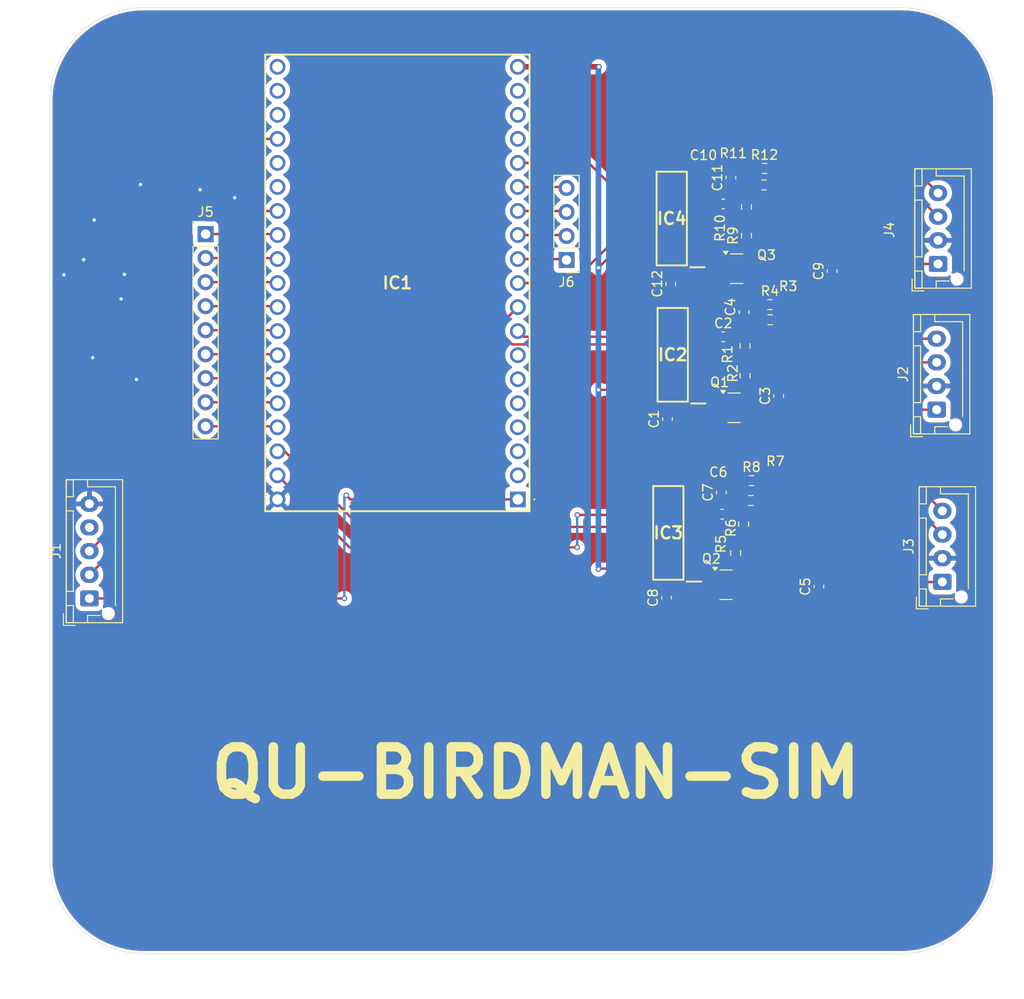
<source format=kicad_pcb>
(kicad_pcb (version 20240108) (generator "pcbnew") (generator_version "8.0")
  (layers (0 "F.Cu" signal) (31 "B.Cu" signal) (34 "B.Paste" user) (35 "F.Paste" user) (36 "B.SilkS" user "B.Silkscreen") (37 "F.SilkS" user "F.Silkscreen") (38 "B.Mask" user) (39 "F.Mask" user) (44 "Edge.Cuts" user))
  (net 0 "")
  (net 1 "GND")
  (net 2 "+5V")
  (net 3 "Net-(IC2-VBG)")
  (net 4 "/right_hx711/AVDD")
  (net 5 "Net-(IC2-INNA)")
  (net 6 "Net-(IC2-INPA)")
  (net 7 "/left_hx711/AVDD")
  (net 8 "Net-(IC3-VBG)")
  (net 9 "Net-(IC3-INPA)")
  (net 10 "Net-(IC3-INNA)")
  (net 11 "/top_hx711/AVDD")
  (net 12 "Net-(IC4-VBG)")
  (net 13 "Net-(IC4-INPA)")
  (net 14 "Net-(IC4-INNA)")
  (net 15 "/DAT_L")
  (net 16 "Net-(IC1-IO21)")
  (net 17 "Net-(IC1-IO16)")
  (net 18 "Net-(IC1-IO4)")
  (net 21 "Net-(IC1-GND_2)")
  (net 25 "Net-(IC1-GND_1)")
  (net 26 "/CLK_F")
  (net 27 "/DAT_F")
  (net 28 "Net-(IC1-IO15)")
  (net 30 "Net-(IC1-IO5)")
  (net 31 "Net-(IC1-TX)")
  (net 32 "+3V3")
  (net 36 "Net-(IC1-RX)")
  (net 38 "/CLK_R")
  (net 40 "Net-(IC1-IO27)")
  (net 41 "Net-(IC1-IO17)")
  (net 44 "Net-(IC1-IO14)")
  (net 45 "/CLK_L")
  (net 46 "Net-(IC1-IO19)")
  (net 47 "Net-(IC1-IO12)")
  (net 49 "/DAT_R")
  (net 50 "Net-(IC1-IO18)")
  (net 51 "Net-(IC2-BASE)")
  (net 52 "Net-(IC2-VFB)")
  (net 58 "Net-(IC3-BASE)")
  (net 59 "Net-(IC3-VFB)")
  (net 62 "Net-(IC4-VFB)")
  (net 64 "Net-(IC4-BASE)")
  (net 67 "/right_hx711/INPA")
  (net 68 "/right_hx711/INNA")
  (net 69 "/left_hx711/INNA")
  (net 70 "/left_hx711/INPA")
  (net 71 "/top_hx711/INPA")
  (net 72 "/top_hx711/INNA")
  (footprint "Connector_JST:JST_XH_B4B-XH-AM_1x04_P2.50mm_Vertical" (layer "F.Cu") (at 179.5 80.65 90)
    (property "Reference" "J4" (at 3.6 -5.15 -90) (layer "F.SilkS"))
    (property "Value" "top")
    (pad "" np_thru_hole circle (at -1.6 2 90) (size 1.2 1.2) (drill 1.2) (layers "*.Cu" "*.Mask"))
    (pad "1" thru_hole roundrect (at 0 0 90) (size 1.7 1.95) (drill 0.95) (layers "*.Cu" "*.Mask") (roundrect_rratio 0.147059) (net 11 "/top_hx711/AVDD"))
    (pad "2" thru_hole oval (at 2.5 0 90) (size 1.7 1.95) (drill 0.95) (layers "*.Cu" "*.Mask") (net 1 "GND"))
    (pad "3" thru_hole oval (at 5 0 90) (size 1.7 1.95) (drill 0.95) (layers "*.Cu" "*.Mask") (net 72 "/top_hx711/INNA"))
    (pad "4" thru_hole oval (at 7.5 0 90) (size 1.7 1.95) (drill 0.95) (layers "*.Cu" "*.Mask") (net 71 "/top_hx711/INPA"))
  )
  (footprint "Capacitor_SMD:C_0603_1608Metric" (layer "F.Cu") (at 156.8 74.3)
    (property "Reference" "C10" (at -2.1 -5.15 0) (layer "F.SilkS"))
    (property "Value" "0.1u")
    (pad "1" smd roundrect (at -0.775 0) (size 0.9 0.95) (layers "F.Cu" "F.Paste" "F.Mask") (net 12 "Net-(IC4-VBG)"))
    (pad "2" smd roundrect (at 0.775 0) (size 0.9 0.95) (layers "F.Cu" "F.Paste" "F.Mask") (net 1 "GND"))
  )
  (footprint "Package_TO_SOT_SMD:SOT-23" (layer "F.Cu") (at 158.2125 81.15)
    (property "Reference" "Q3" (at 3.15 -1.4375 0) (layer "F.SilkS"))
    (property "Value" "MMBT3906")
    (pad "1" smd roundrect (at -0.9375 -0.95) (size 1.475 0.6) (layers "F.Cu" "F.Paste" "F.Mask") (net 64 "Net-(IC4-BASE)"))
    (pad "2" smd roundrect (at -0.9375 0.95) (size 1.475 0.6) (layers "F.Cu" "F.Paste" "F.Mask") (net 2 "+5V"))
    (pad "3" smd roundrect (at 0.9375 0) (size 1.475 0.6) (layers "F.Cu" "F.Paste" "F.Mask") (net 11 "/top_hx711/AVDD"))
  )
  (footprint "Capacitor_SMD:C_0603_1608Metric" (layer "F.Cu") (at 157.6 71.525 90)
    (property "Reference" "C11" (at 0 -1.43 90) (layer "F.SilkS"))
    (property "Value" "0.1u")
    (pad "1" smd roundrect (at -0.775 0 90) (size 0.9 0.95) (layers "F.Cu" "F.Paste" "F.Mask") (net 14 "Net-(IC4-INNA)"))
    (pad "2" smd roundrect (at 0.775 0 90) (size 0.9 0.95) (layers "F.Cu" "F.Paste" "F.Mask") (net 13 "Net-(IC4-INPA)"))
  )
  (footprint "Capacitor_SMD:C_0603_1608Metric" (layer "F.Cu") (at 168.3 81.4 90)
    (property "Reference" "C9" (at 0 -1.43 90) (layer "F.SilkS"))
    (property "Value" "10u")
    (pad "1" smd roundrect (at -0.775 0 90) (size 0.9 0.95) (layers "F.Cu" "F.Paste" "F.Mask") (net 1 "GND"))
    (pad "2" smd roundrect (at 0.775 0 90) (size 0.9 0.95) (layers "F.Cu" "F.Paste" "F.Mask") (net 11 "/top_hx711/AVDD"))
  )
  (footprint "Capacitor_SMD:C_0603_1608Metric" (layer "F.Cu") (at 162.65 94.6 90)
    (property "Reference" "C3" (at 0 -1.43 90) (layer "F.SilkS"))
    (property "Value" "10u")
    (pad "1" smd roundrect (at -0.775 0 90) (size 0.9 0.95) (layers "F.Cu" "F.Paste" "F.Mask") (net 1 "GND"))
    (pad "2" smd roundrect (at 0.775 0 90) (size 0.9 0.95) (layers "F.Cu" "F.Paste" "F.Mask") (net 4 "/right_hx711/AVDD"))
  )
  (footprint "SamacSys_Parts:ESP32DEVKITCVE" (layer "F.Cu") (at 135.08 105.53 180)
    (property "Reference" "IC1" (at 12.73 22.88 180) (layer "F.SilkS") (effects (font (size 1.27 1.27) (thickness 0.254))))
    (property "Value" "ESP32-DEVKITC-VE" (hide yes))
    (pad "1" thru_hole rect (at 0 0 180) (size 1.665 1.665) (drill 1.11) (layers "*.Cu" "*.Mask") (net 32 "+3V3"))
    (pad "2" thru_hole circle (at 0 2.54 180) (size 1.665 1.665) (drill 1.11) (layers "*.Cu" "*.Mask"))
    (pad "3" thru_hole circle (at 0 5.08 180) (size 1.665 1.665) (drill 1.11) (layers "*.Cu" "*.Mask"))
    (pad "4" thru_hole circle (at 0 7.62 180) (size 1.665 1.665) (drill 1.11) (layers "*.Cu" "*.Mask"))
    (pad "5" thru_hole circle (at 0 10.16 180) (size 1.665 1.665) (drill 1.11) (layers "*.Cu" "*.Mask"))
    (pad "6" thru_hole circle (at 0 12.7 180) (size 1.665 1.665) (drill 1.11) (layers "*.Cu" "*.Mask"))
    (pad "7" thru_hole circle (at 0 15.24 180) (size 1.665 1.665) (drill 1.11) (layers "*.Cu" "*.Mask"))
    (pad "8" thru_hole circle (at 0 17.78 180) (size 1.665 1.665) (drill 1.11) (layers "*.Cu" "*.Mask") (net 38 "/CLK_R"))
    (pad "9" thru_hole circle (at 0 20.32 180) (size 1.665 1.665) (drill 1.11) (layers "*.Cu" "*.Mask") (net 49 "/DAT_R"))
    (pad "10" thru_hole circle (at 0 22.86 180) (size 1.665 1.665) (drill 1.11) (layers "*.Cu" "*.Mask") (net 27 "/DAT_F"))
    (pad "11" thru_hole circle (at 0 25.4 180) (size 1.665 1.665) (drill 1.11) (layers "*.Cu" "*.Mask") (net 40 "Net-(IC1-IO27)"))
    (pad "12" thru_hole circle (at 0 27.94 180) (size 1.665 1.665) (drill 1.11) (layers "*.Cu" "*.Mask") (net 44 "Net-(IC1-IO14)"))
    (pad "13" thru_hole circle (at 0 30.48 180) (size 1.665 1.665) (drill 1.11) (layers "*.Cu" "*.Mask") (net 47 "Net-(IC1-IO12)"))
    (pad "14" thru_hole circle (at 0 33.02 180) (size 1.665 1.665) (drill 1.11) (layers "*.Cu" "*.Mask") (net 25 "Net-(IC1-GND_1)"))
    (pad "15" thru_hole circle (at 0 35.56 180) (size 1.665 1.665) (drill 1.11) (layers "*.Cu" "*.Mask") (net 26 "/CLK_F"))
    (pad "16" thru_hole circle (at 0 38.1 180) (size 1.665 1.665) (drill 1.11) (layers "*.Cu" "*.Mask"))
    (pad "17" thru_hole circle (at 0 40.64 180) (size 1.665 1.665) (drill 1.11) (layers "*.Cu" "*.Mask"))
    (pad "18" thru_hole circle (at 0 43.18 180) (size 1.665 1.665) (drill 1.11) (layers "*.Cu" "*.Mask"))
    (pad "19" thru_hole circle (at 0 45.72 180) (size 1.665 1.665) (drill 1.11) (layers "*.Cu" "*.Mask") (net 2 "+5V"))
    (pad "20" thru_hole circle (at 25.4 45.72 180) (size 1.665 1.665) (drill 1.11) (layers "*.Cu" "*.Mask"))
    (pad "21" thru_hole circle (at 25.4 43.18 180) (size 1.665 1.665) (drill 1.11) (layers "*.Cu" "*.Mask"))
    (pad "22" thru_hole circle (at 25.4 40.64 180) (size 1.665 1.665) (drill 1.11) (layers "*.Cu" "*.Mask"))
    (pad "23" thru_hole circle (at 25.4 38.1 180) (size 1.665 1.665) (drill 1.11) (layers "*.Cu" "*.Mask") (net 28 "Net-(IC1-IO15)"))
    (pad "24" thru_hole circle (at 25.4 35.56 180) (size 1.665 1.665) (drill 1.11) (layers "*.Cu" "*.Mask"))
    (pad "25" thru_hole circle (at 25.4 33.02 180) (size 1.665 1.665) (drill 1.11) (layers "*.Cu" "*.Mask"))
    (pad "26" thru_hole circle (at 25.4 30.48 180) (size 1.665 1.665) (drill 1.11) (layers "*.Cu" "*.Mask") (net 18 "Net-(IC1-IO4)"))
    (pad "27" thru_hole circle (at 25.4 27.94 180) (size 1.665 1.665) (drill 1.11) (layers "*.Cu" "*.Mask") (net 17 "Net-(IC1-IO16)"))
    (pad "28" thru_hole circle (at 25.4 25.4 180) (size 1.665 1.665) (drill 1.11) (layers "*.Cu" "*.Mask") (net 41 "Net-(IC1-IO17)"))
    (pad "29" thru_hole circle (at 25.4 22.86 180) (size 1.665 1.665) (drill 1.11) (layers "*.Cu" "*.Mask") (net 30 "Net-(IC1-IO5)"))
    (pad "30" thru_hole circle (at 25.4 20.32 180) (size 1.665 1.665) (drill 1.11) (layers "*.Cu" "*.Mask") (net 50 "Net-(IC1-IO18)"))
    (pad "31" thru_hole circle (at 25.4 17.78 180) (size 1.665 1.665) (drill 1.11) (layers "*.Cu" "*.Mask") (net 46 "Net-(IC1-IO19)"))
    (pad "32" thru_hole circle (at 25.4 15.24 180) (size 1.665 1.665) (drill 1.11) (layers "*.Cu" "*.Mask") (net 21 "Net-(IC1-GND_2)"))
    (pad "33" thru_hole circle (at 25.4 12.7 180) (size 1.665 1.665) (drill 1.11) (layers "*.Cu" "*.Mask") (net 16 "Net-(IC1-IO21)"))
    (pad "34" thru_hole circle (at 25.4 10.16 180) (size 1.665 1.665) (drill 1.11) (layers "*.Cu" "*.Mask") (net 36 "Net-(IC1-RX)"))
    (pad "35" thru_hole circle (at 25.4 7.62 180) (size 1.665 1.665) (drill 1.11) (layers "*.Cu" "*.Mask") (net 31 "Net-(IC1-TX)"))
    (pad "36" thru_hole circle (at 25.4 5.08 180) (size 1.665 1.665) (drill 1.11) (layers "*.Cu" "*.Mask") (net 15 "/DAT_L"))
    (pad "37" thru_hole circle (at 25.4 2.54 180) (size 1.665 1.665) (drill 1.11) (layers "*.Cu" "*.Mask") (net 45 "/CLK_L"))
    (pad "38" thru_hole circle (at 25.4 0 180) (size 1.665 1.665) (drill 1.11) (layers "*.Cu" "*.Mask") (net 1 "GND"))
  )
  (footprint "Resistor_SMD:R_0603_1608Metric" (layer "F.Cu") (at 158.1 111.2 90)
    (property "Reference" "R5" (at 0.95 -1.55 90) (layer "F.SilkS"))
    (property "Value" "20k")
    (pad "1" smd roundrect (at -0.825 0 90) (size 0.8 0.95) (layers "F.Cu" "F.Paste" "F.Mask") (net 7 "/left_hx711/AVDD"))
    (pad "2" smd roundrect (at 0.825 0 90) (size 0.8 0.95) (layers "F.Cu" "F.Paste" "F.Mask") (net 59 "Net-(IC3-VFB)"))
  )
  (footprint "Capacitor_SMD:C_0603_1608Metric" (layer "F.Cu") (at 156.8 88.35)
    (property "Reference" "C2" (at 0 -1.43 0) (layer "F.SilkS"))
    (property "Value" "0.1u")
    (pad "1" smd roundrect (at -0.775 0) (size 0.9 0.95) (layers "F.Cu" "F.Paste" "F.Mask") (net 3 "Net-(IC2-VBG)"))
    (pad "2" smd roundrect (at 0.775 0) (size 0.9 0.95) (layers "F.Cu" "F.Paste" "F.Mask") (net 1 "GND"))
  )
  (footprint "Package_TO_SOT_SMD:SOT-23" (layer "F.Cu") (at 157.0875 114.55)
    (property "Reference" "Q2" (at -1.55 -2.7375 0) (layer "F.SilkS"))
    (property "Value" "MMBT3906")
    (pad "1" smd roundrect (at -0.9375 -0.95) (size 1.475 0.6) (layers "F.Cu" "F.Paste" "F.Mask") (net 58 "Net-(IC3-BASE)"))
    (pad "2" smd roundrect (at -0.9375 0.95) (size 1.475 0.6) (layers "F.Cu" "F.Paste" "F.Mask") (net 2 "+5V"))
    (pad "3" smd roundrect (at 0.9375 0) (size 1.475 0.6) (layers "F.Cu" "F.Paste" "F.Mask") (net 7 "/left_hx711/AVDD"))
  )
  (footprint "SamacSys_Parts:SOIC127P600X160-16N" (layer "F.Cu") (at 151.45 90.25 180)
    (property "Reference" "IC2" (at 0 0 180) (layer "F.SilkS") (effects (font (size 1.27 1.27) (thickness 0.254))))
    (property "Value" "HX711" (hide yes))
    (pad "1" smd rect (at -2.712 -4.445 270) (size 0.7 1.525) (layers "F.Cu" "F.Paste" "F.Mask") (net 2 "+5V"))
    (pad "2" smd rect (at -2.712 -3.175 270) (size 0.7 1.525) (layers "F.Cu" "F.Paste" "F.Mask") (net 51 "Net-(IC2-BASE)"))
    (pad "3" smd rect (at -2.712 -1.905 270) (size 0.7 1.525) (layers "F.Cu" "F.Paste" "F.Mask") (net 4 "/right_hx711/AVDD"))
    (pad "4" smd rect (at -2.712 -0.635 270) (size 0.7 1.525) (layers "F.Cu" "F.Paste" "F.Mask") (net 52 "Net-(IC2-VFB)"))
    (pad "5" smd rect (at -2.712 0.635 270) (size 0.7 1.525) (layers "F.Cu" "F.Paste" "F.Mask") (net 1 "GND"))
    (pad "6" smd rect (at -2.712 1.905 270) (size 0.7 1.525) (layers "F.Cu" "F.Paste" "F.Mask") (net 3 "Net-(IC2-VBG)"))
    (pad "7" smd rect (at -2.712 3.175 270) (size 0.7 1.525) (layers "F.Cu" "F.Paste" "F.Mask") (net 5 "Net-(IC2-INNA)"))
    (pad "8" smd rect (at -2.712 4.445 270) (size 0.7 1.525) (layers "F.Cu" "F.Paste" "F.Mask") (net 6 "Net-(IC2-INPA)"))
    (pad "9" smd rect (at 2.712 4.445 270) (size 0.7 1.525) (layers "F.Cu" "F.Paste" "F.Mask"))
    (pad "10" smd rect (at 2.712 3.175 270) (size 0.7 1.525) (layers "F.Cu" "F.Paste" "F.Mask"))
    (pad "11" smd rect (at 2.712 1.905 270) (size 0.7 1.525) (layers "F.Cu" "F.Paste" "F.Mask") (net 38 "/CLK_R"))
    (pad "12" smd rect (at 2.712 0.635 270) (size 0.7 1.525) (layers "F.Cu" "F.Paste" "F.Mask") (net 49 "/DAT_R"))
    (pad "13" smd rect (at 2.712 -0.635 270) (size 0.7 1.525) (layers "F.Cu" "F.Paste" "F.Mask"))
    (pad "14" smd rect (at 2.712 -1.905 270) (size 0.7 1.525) (layers "F.Cu" "F.Paste" "F.Mask") (net 1 "GND"))
    (pad "15" smd rect (at 2.712 -3.175 270) (size 0.7 1.525) (layers "F.Cu" "F.Paste" "F.Mask") (net 2 "+5V"))
    (pad "16" smd rect (at 2.712 -4.445 270) (size 0.7 1.525) (layers "F.Cu" "F.Paste" "F.Mask") (net 2 "+5V"))
  )
  (footprint "Resistor_SMD:R_0603_1608Metric" (layer "F.Cu") (at 161.75 86.55)
    (property "Reference" "R3" (at 1.9 -3.55 0) (layer "F.SilkS"))
    (property "Value" "100")
    (pad "1" smd roundrect (at -0.825 0) (size 0.8 0.95) (layers "F.Cu" "F.Paste" "F.Mask") (net 5 "Net-(IC2-INNA)"))
    (pad "2" smd roundrect (at 0.825 0) (size 0.8 0.95) (layers "F.Cu" "F.Paste" "F.Mask") (net 68 "/right_hx711/INNA"))
  )
  (footprint "Connector_JST:JST_XH_B4B-XH-AM_1x04_P2.50mm_Vertical" (layer "F.Cu") (at 179.35 96.05 90)
    (property "Reference" "J2" (at 3.75 -3.55 -90) (layer "F.SilkS"))
    (property "Value" "right")
    (pad "" np_thru_hole circle (at -1.6 2 90) (size 1.2 1.2) (drill 1.2) (layers "*.Cu" "*.Mask"))
    (pad "1" thru_hole roundrect (at 0 0 90) (size 1.7 1.95) (drill 0.95) (layers "*.Cu" "*.Mask") (roundrect_rratio 0.147059) (net 4 "/right_hx711/AVDD"))
    (pad "2" thru_hole oval (at 2.5 0 90) (size 1.7 1.95) (drill 0.95) (layers "*.Cu" "*.Mask") (net 1 "GND"))
    (pad "3" thru_hole oval (at 5 0 90) (size 1.7 1.95) (drill 0.95) (layers "*.Cu" "*.Mask") (net 68 "/right_hx711/INNA"))
    (pad "4" thru_hole oval (at 7.5 0 90) (size 1.7 1.95) (drill 0.95) (layers "*.Cu" "*.Mask") (net 67 "/right_hx711/INPA"))
  )
  (footprint "Connector_PinHeader_2.54mm:PinHeader_1x09_P2.54mm_Vertical" (layer "F.Cu") (at 102.08 77.49)
    (property "Reference" "J5" (at 0 -2.33 0) (layer "F.SilkS"))
    (property "Value" "Conn_01x09_Pin")
    (pad "1" thru_hole rect (at 0 0) (size 1.7 1.7) (drill 1) (layers "*.Cu" "*.Mask") (net 17 "Net-(IC1-IO16)"))
    (pad "2" thru_hole oval (at 0 2.54) (size 1.7 1.7) (drill 1) (layers "*.Cu" "*.Mask") (net 41 "Net-(IC1-IO17)"))
    (pad "3" thru_hole oval (at 0 5.08) (size 1.7 1.7) (drill 1) (layers "*.Cu" "*.Mask") (net 30 "Net-(IC1-IO5)"))
    (pad "4" thru_hole oval (at 0 7.62) (size 1.7 1.7) (drill 1) (layers "*.Cu" "*.Mask") (net 50 "Net-(IC1-IO18)"))
    (pad "5" thru_hole oval (at 0 10.16) (size 1.7 1.7) (drill 1) (layers "*.Cu" "*.Mask") (net 46 "Net-(IC1-IO19)"))
    (pad "6" thru_hole oval (at 0 12.7) (size 1.7 1.7) (drill 1) (layers "*.Cu" "*.Mask") (net 21 "Net-(IC1-GND_2)"))
    (pad "7" thru_hole oval (at 0 15.24) (size 1.7 1.7) (drill 1) (layers "*.Cu" "*.Mask") (net 16 "Net-(IC1-IO21)"))
    (pad "8" thru_hole oval (at 0 17.78) (size 1.7 1.7) (drill 1) (layers "*.Cu" "*.Mask") (net 36 "Net-(IC1-RX)"))
    (pad "9" thru_hole oval (at 0 20.32) (size 1.7 1.7) (drill 1) (layers "*.Cu" "*.Mask") (net 31 "Net-(IC1-TX)"))
  )
  (footprint "Capacitor_SMD:C_0603_1608Metric" (layer "F.Cu") (at 150.8 115.93 90)
    (property "Reference" "C8" (at 0 -1.43 90) (layer "F.SilkS"))
    (property "Value" "10u")
    (pad "1" smd roundrect (at -0.775 0 90) (size 0.9 0.95) (layers "F.Cu" "F.Paste" "F.Mask") (net 1 "GND"))
    (pad "2" smd roundrect (at 0.775 0 90) (size 0.9 0.95) (layers "F.Cu" "F.Paste" "F.Mask") (net 2 "+5V"))
  )
  (footprint "Resistor_SMD:R_0603_1608Metric" (layer "F.Cu") (at 161.1 72.3)
    (property "Reference" "R11" (at -3.25 -3.35 0) (layer "F.SilkS"))
    (property "Value" "100")
    (pad "1" smd roundrect (at -0.825 0) (size 0.8 0.95) (layers "F.Cu" "F.Paste" "F.Mask") (net 14 "Net-(IC4-INNA)"))
    (pad "2" smd roundrect (at 0.825 0) (size 0.8 0.95) (layers "F.Cu" "F.Paste" "F.Mask") (net 72 "/top_hx711/INNA"))
  )
  (footprint "Resistor_SMD:R_0603_1608Metric" (layer "F.Cu") (at 159.1 89.3 90)
    (property "Reference" "R1" (at -0.9 -1.85 90) (layer "F.SilkS"))
    (property "Value" "8.2k")
    (pad "1" smd roundrect (at -0.825 0 90) (size 0.8 0.95) (layers "F.Cu" "F.Paste" "F.Mask") (net 52 "Net-(IC2-VFB)"))
    (pad "2" smd roundrect (at 0.825 0 90) (size 0.8 0.95) (layers "F.Cu" "F.Paste" "F.Mask") (net 1 "GND"))
  )
  (footprint "Connector_PinHeader_2.54mm:PinHeader_1x04_P2.54mm_Vertical" (layer "F.Cu") (at 140.23 80.23 180)
    (property "Reference" "J6" (at 0 -2.33 180) (layer "F.SilkS"))
    (property "Value" "Conn_01x04_Pin")
    (pad "1" thru_hole rect (at 0 0 180) (size 1.7 1.7) (drill 1) (layers "*.Cu" "*.Mask") (net 40 "Net-(IC1-IO27)"))
    (pad "2" thru_hole oval (at 0 2.54 180) (size 1.7 1.7) (drill 1) (layers "*.Cu" "*.Mask") (net 44 "Net-(IC1-IO14)"))
    (pad "3" thru_hole oval (at 0 5.08 180) (size 1.7 1.7) (drill 1) (layers "*.Cu" "*.Mask") (net 47 "Net-(IC1-IO12)"))
    (pad "4" thru_hole oval (at 0 7.62 180) (size 1.7 1.7) (drill 1) (layers "*.Cu" "*.Mask") (net 25 "Net-(IC1-GND_1)"))
  )
  (footprint "Capacitor_SMD:C_0603_1608Metric" (layer "F.Cu") (at 166.9 114.75 90)
    (property "Reference" "C5" (at 0 -1.43 90) (layer "F.SilkS"))
    (property "Value" "10u")
    (pad "1" smd roundrect (at -0.775 0 90) (size 0.9 0.95) (layers "F.Cu" "F.Paste" "F.Mask") (net 1 "GND"))
    (pad "2" smd roundrect (at 0.775 0 90) (size 0.9 0.95) (layers "F.Cu" "F.Paste" "F.Mask") (net 7 "/left_hx711/AVDD"))
  )
  (footprint "Resistor_SMD:R_0603_1608Metric" (layer "F.Cu") (at 159.775 103.55)
    (property "Reference" "R8" (at 0 -1.43 0) (layer "F.SilkS"))
    (property "Value" "100")
    (pad "1" smd roundrect (at -0.825 0) (size 0.8 0.95) (layers "F.Cu" "F.Paste" "F.Mask") (net 9 "Net-(IC3-INPA)"))
    (pad "2" smd roundrect (at 0.825 0) (size 0.8 0.95) (layers "F.Cu" "F.Paste" "F.Mask") (net 70 "/left_hx711/INPA"))
  )
  (footprint "Resistor_SMD:R_0603_1608Metric" (layer "F.Cu") (at 159.25 74.625 90)
    (property "Reference" "R10" (at -2.225 -2.8 90) (layer "F.SilkS"))
    (property "Value" "8.2k")
    (pad "1" smd roundrect (at -0.825 0 90) (size 0.8 0.95) (layers "F.Cu" "F.Paste" "F.Mask") (net 62 "Net-(IC4-VFB)"))
    (pad "2" smd roundrect (at 0.825 0 90) (size 0.8 0.95) (layers "F.Cu" "F.Paste" "F.Mask") (net 1 "GND"))
  )
  (footprint "Resistor_SMD:R_0603_1608Metric" (layer "F.Cu") (at 161.725 84.95)
    (property "Reference" "R4" (at 0 -1.43 0) (layer "F.SilkS"))
    (property "Value" "100")
    (pad "1" smd roundrect (at -0.825 0) (size 0.8 0.95) (layers "F.Cu" "F.Paste" "F.Mask") (net 6 "Net-(IC2-INPA)"))
    (pad "2" smd roundrect (at 0.825 0) (size 0.8 0.95) (layers "F.Cu" "F.Paste" "F.Mask") (net 67 "/right_hx711/INPA"))
  )
  (footprint "Resistor_SMD:R_0603_1608Metric" (layer "F.Cu") (at 158.95 108.15 90)
    (property "Reference" "R6" (at -0.4 -1.35 90) (layer "F.SilkS"))
    (property "Value" "8.2k")
    (pad "1" smd roundrect (at -0.825 0 90) (size 0.8 0.95) (layers "F.Cu" "F.Paste" "F.Mask") (net 59 "Net-(IC3-VFB)"))
    (pad "2" smd roundrect (at 0.825 0 90) (size 0.8 0.95) (layers "F.Cu" "F.Paste" "F.Mask") (net 1 "GND"))
  )
  (footprint "Capacitor_SMD:C_0603_1608Metric" (layer "F.Cu") (at 150.9 97.05 90)
    (property "Reference" "C1" (at 0 -1.43 90) (layer "F.SilkS"))
    (property "Value" "10u")
    (pad "1" smd roundrect (at -0.775 0 90) (size 0.9 0.95) (layers "F.Cu" "F.Paste" "F.Mask") (net 1 "GND"))
    (pad "2" smd roundrect (at 0.775 0 90) (size 0.9 0.95) (layers "F.Cu" "F.Paste" "F.Mask") (net 2 "+5V"))
  )
  (footprint "Capacitor_SMD:C_0603_1608Metric" (layer "F.Cu") (at 159 85.75 90)
    (property "Reference" "C4" (at 0.55 -1.45 90) (layer "F.SilkS"))
    (property "Value" "0.1u")
    (pad "1" smd roundrect (at -0.775 0 90) (size 0.9 0.95) (layers "F.Cu" "F.Paste" "F.Mask") (net 5 "Net-(IC2-INNA)"))
    (pad "2" smd roundrect (at 0.775 0 90) (size 0.9 0.95) (layers "F.Cu" "F.Paste" "F.Mask") (net 6 "Net-(IC2-INPA)"))
  )
  (footprint "Package_TO_SOT_SMD:SOT-23" (layer "F.Cu") (at 157.9375 95.85)
    (property "Reference" "Q1" (at -1.5375 -2.7 0) (layer "F.SilkS"))
    (property "Value" "MMBT3906")
    (pad "1" smd roundrect (at -0.9375 -0.95) (size 1.475 0.6) (layers "F.Cu" "F.Paste" "F.Mask") (net 51 "Net-(IC2-BASE)"))
    (pad "2" smd roundrect (at -0.9375 0.95) (size 1.475 0.6) (layers "F.Cu" "F.Paste" "F.Mask") (net 2 "+5V"))
    (pad "3" smd roundrect (at 0.9375 0) (size 1.475 0.6) (layers "F.Cu" "F.Paste" "F.Mask") (net 4 "/right_hx711/AVDD"))
  )
  (footprint "Connector_JST:JST_XH_B5B-XH-AM_1x05_P2.50mm_Vertical" (layer "F.Cu") (at 89.8 116 90)
    (property "Reference" "J1" (at 5 -3.55 -90) (layer "F.SilkS"))
    (property "Value" "ベースバー")
    (pad "" np_thru_hole circle (at -1.6 2 90) (size 1.2 1.2) (drill 1.2) (layers "*.Cu" "*.Mask"))
    (pad "1" thru_hole roundrect (at 0 0 90) (size 1.7 1.95) (drill 0.95) (layers "*.Cu" "*.Mask") (roundrect_rratio 0.147059) (net 32 "+3V3"))
    (pad "2" thru_hole oval (at 2.5 0 90) (size 1.7 1.95) (drill 0.95) (layers "*.Cu" "*.Mask") (net 18 "Net-(IC1-IO4)"))
    (pad "3" thru_hole oval (at 5 0 90) (size 1.7 1.95) (drill 0.95) (layers "*.Cu" "*.Mask") (net 28 "Net-(IC1-IO15)"))
    (pad "4" thru_hole oval (at 7.5 0 90) (size 1.7 1.95) (drill 0.95) (layers "*.Cu" "*.Mask"))
    (pad "5" thru_hole oval (at 10 0 90) (size 1.7 1.95) (drill 0.95) (layers "*.Cu" "*.Mask") (net 1 "GND"))
  )
  (footprint "Capacitor_SMD:C_0603_1608Metric" (layer "F.Cu") (at 156.675 107.1)
    (property "Reference" "C6" (at -0.4 -4.45 0) (layer "F.SilkS"))
    (property "Value" "0.1u")
    (pad "1" smd roundrect (at -0.775 0) (size 0.9 0.95) (layers "F.Cu" "F.Paste" "F.Mask") (net 8 "Net-(IC3-VBG)"))
    (pad "2" smd roundrect (at 0.775 0) (size 0.9 0.95) (layers "F.Cu" "F.Paste" "F.Mask") (net 1 "GND"))
  )
  (footprint "Capacitor_SMD:C_0603_1608Metric" (layer "F.Cu") (at 156.6 104.8 90)
    (property "Reference" "C7" (at 0 -1.43 90) (layer "F.SilkS"))
    (property "Value" "0.1u")
    (pad "1" smd roundrect (at -0.775 0 90) (size 0.9 0.95) (layers "F.Cu" "F.Paste" "F.Mask") (net 10 "Net-(IC3-INNA)"))
    (pad "2" smd roundrect (at 0.775 0 90) (size 0.9 0.95) (layers "F.Cu" "F.Paste" "F.Mask") (net 9 "Net-(IC3-INPA)"))
  )
  (footprint "Resistor_SMD:R_0603_1608Metric" (layer "F.Cu") (at 159.1 92.45 90)
    (property "Reference" "R2" (at 0.25 -1.3 90) (layer "F.SilkS"))
    (property "Value" "20k")
    (pad "1" smd roundrect (at -0.825 0 90) (size 0.8 0.95) (layers "F.Cu" "F.Paste" "F.Mask") (net 4 "/right_hx711/AVDD"))
    (pad "2" smd roundrect (at 0.825 0 90) (size 0.8 0.95) (layers "F.Cu" "F.Paste" "F.Mask") (net 52 "Net-(IC2-VFB)"))
  )
  (footprint "Resistor_SMD:R_0603_1608Metric" (layer "F.Cu") (at 159.7 105.65)
    (property "Reference" "R7" (at 2.6 -4.15 0) (layer "F.SilkS"))
    (property "Value" "100")
    (pad "1" smd roundrect (at -0.825 0) (size 0.8 0.95) (layers "F.Cu" "F.Paste" "F.Mask") (net 10 "Net-(IC3-INNA)"))
    (pad "2" smd roundrect (at 0.825 0) (size 0.8 0.95) (layers "F.Cu" "F.Paste" "F.Mask") (net 69 "/left_hx711/INNA"))
  )
  (footprint "Resistor_SMD:R_0603_1608Metric" (layer "F.Cu") (at 159.25 77.65 90)
    (property "Reference" "R9" (at 0 -1.43 90) (layer "F.SilkS"))
    (property "Value" "20k")
    (pad "1" smd roundrect (at -0.825 0 90) (size 0.8 0.95) (layers "F.Cu" "F.Paste" "F.Mask") (net 11 "/top_hx711/AVDD"))
    (pad "2" smd roundrect (at 0.825 0 90) (size 0.8 0.95) (layers "F.Cu" "F.Paste" "F.Mask") (net 62 "Net-(IC4-VFB)"))
  )
  (footprint "Capacitor_SMD:C_0603_1608Metric" (layer "F.Cu") (at 151.25 82.75 90)
    (property "Reference" "C12" (at 0 -1.43 90) (layer "F.SilkS"))
    (property "Value" "10u")
    (pad "1" smd roundrect (at -0.775 0 90) (size 0.9 0.95) (layers "F.Cu" "F.Paste" "F.Mask") (net 1 "GND"))
    (pad "2" smd roundrect (at 0.775 0 90) (size 0.9 0.95) (layers "F.Cu" "F.Paste" "F.Mask") (net 2 "+5V"))
  )
  (footprint "SamacSys_Parts:SOIC127P600X160-16N" (layer "F.Cu") (at 151.35 75.85 180)
    (property "Reference" "IC4" (at 0 0 180) (layer "F.SilkS") (effects (font (size 1.27 1.27) (thickness 0.254))))
    (property "Value" "HX711" (hide yes))
    (pad "1" smd rect (at -2.712 -4.445 270) (size 0.7 1.525) (layers "F.Cu" "F.Paste" "F.Mask") (net 2 "+5V"))
    (pad "2" smd rect (at -2.712 -3.175 270) (size 0.7 1.525) (layers "F.Cu" "F.Paste" "F.Mask") (net 64 "Net-(IC4-BASE)"))
    (pad "3" smd rect (at -2.712 -1.905 270) (size 0.7 1.525) (layers "F.Cu" "F.Paste" "F.Mask") (net 11 "/top_hx711/AVDD"))
    (pad "4" smd rect (at -2.712 -0.635 270) (size 0.7 1.525) (layers "F.Cu" "F.Paste" "F.Mask") (net 62 "Net-(IC4-VFB)"))
    (pad "5" smd rect (at -2.712 0.635 270) (size 0.7 1.525) (layers "F.Cu" "F.Paste" "F.Mask") (net 1 "GND"))
    (pad "6" smd rect (at -2.712 1.905 270) (size 0.7 1.525) (layers "F.Cu" "F.Paste" "F.Mask") (net 12 "Net-(IC4-VBG)"))
    (pad "7" smd rect (at -2.712 3.175 270) (size 0.7 1.525) (layers "F.Cu" "F.Paste" "F.Mask") (net 14 "Net-(IC4-INNA)"))
    (pad "8" smd rect (at -2.712 4.445 270) (size 0.7 1.525) (layers "F.Cu" "F.Paste" "F.Mask") (net 13 "Net-(IC4-INPA)"))
    (pad "9" smd rect (at 2.712 4.445 270) (size 0.7 1.525) (layers "F.Cu" "F.Paste" "F.Mask"))
    (pad "10" smd rect (at 2.712 3.175 270) (size 0.7 1.525) (layers "F.Cu" "F.Paste" "F.Mask"))
    (pad "11" smd rect (at 2.712 1.905 270) (size 0.7 1.525) (layers "F.Cu" "F.Paste" "F.Mask") (net 26 "/CLK_F"))
    (pad "12" smd rect (at 2.712 0.635 270) (size 0.7 1.525) (layers "F.Cu" "F.Paste" "F.Mask") (net 27 "/DAT_F"))
    (pad "13" smd rect (at 2.712 -0.635 270) (size 0.7 1.525) (layers "F.Cu" "F.Paste" "F.Mask"))
    (pad "14" smd rect (at 2.712 -1.905 270) (size 0.7 1.525) (layers "F.Cu" "F.Paste" "F.Mask") (net 1 "GND"))
    (pad "15" smd rect (at 2.712 -3.175 270) (size 0.7 1.525) (layers "F.Cu" "F.Paste" "F.Mask") (net 2 "+5V"))
    (pad "16" smd rect (at 2.712 -4.445 270) (size 0.7 1.525) (layers "F.Cu" "F.Paste" "F.Mask") (net 2 "+5V"))
  )
  (footprint "Connector_JST:JST_XH_B4B-XH-AM_1x04_P2.50mm_Vertical" (layer "F.Cu") (at 179.95 114.25 90)
    (property "Reference" "J3" (at 3.75 -3.55 -90) (layer "F.SilkS"))
    (property "Value" "left")
    (pad "" np_thru_hole circle (at -1.6 2 90) (size 1.2 1.2) (drill 1.2) (layers "*.Cu" "*.Mask"))
    (pad "1" thru_hole roundrect (at 0 0 90) (size 1.7 1.95) (drill 0.95) (layers "*.Cu" "*.Mask") (roundrect_rratio 0.147059) (net 7 "/left_hx711/AVDD"))
    (pad "2" thru_hole oval (at 2.5 0 90) (size 1.7 1.95) (drill 0.95) (layers "*.Cu" "*.Mask") (net 1 "GND"))
    (pad "3" thru_hole oval (at 5 0 90) (size 1.7 1.95) (drill 0.95) (layers "*.Cu" "*.Mask") (net 69 "/left_hx711/INNA"))
    (pad "4" thru_hole oval (at 7.5 0 90) (size 1.7 1.95) (drill 0.95) (layers "*.Cu" "*.Mask") (net 70 "/left_hx711/INPA"))
  )
  (footprint "SamacSys_Parts:SOIC127P600X160-16N" (layer "F.Cu") (at 150.988 109.075 180)
    (property "Reference" "IC3" (at 0 0 180) (layer "F.SilkS") (effects (font (size 1.27 1.27) (thickness 0.254))))
    (property "Value" "HX711" (hide yes))
    (pad "1" smd rect (at -2.712 -4.445 270) (size 0.7 1.525) (layers "F.Cu" "F.Paste" "F.Mask") (net 2 "+5V"))
    (pad "2" smd rect (at -2.712 -3.175 270) (size 0.7 1.525) (layers "F.Cu" "F.Paste" "F.Mask") (net 58 "Net-(IC3-BASE)"))
    (pad "3" smd rect (at -2.712 -1.905 270) (size 0.7 1.525) (layers "F.Cu" "F.Paste" "F.Mask") (net 7 "/left_hx711/AVDD"))
    (pad "4" smd rect (at -2.712 -0.635 270) (size 0.7 1.525) (layers "F.Cu" "F.Paste" "F.Mask") (net 59 "Net-(IC3-VFB)"))
    (pad "5" smd rect (at -2.712 0.635 270) (size 0.7 1.525) (layers "F.Cu" "F.Paste" "F.Mask") (net 1 "GND"))
    (pad "6" smd rect (at -2.712 1.905 270) (size 0.7 1.525) (layers "F.Cu" "F.Paste" "F.Mask") (net 8 "Net-(IC3-VBG)"))
    (pad "7" smd rect (at -2.712 3.175 270) (size 0.7 1.525) (layers "F.Cu" "F.Paste" "F.Mask") (net 10 "Net-(IC3-INNA)"))
    (pad "8" smd rect (at -2.712 4.445 270) (size 0.7 1.525) (layers "F.Cu" "F.Paste" "F.Mask") (net 9 "Net-(IC3-INPA)"))
    (pad "9" smd rect (at 2.712 4.445 270) (size 0.7 1.525) (layers "F.Cu" "F.Paste" "F.Mask"))
    (pad "10" smd rect (at 2.712 3.175 270) (size 0.7 1.525) (layers "F.Cu" "F.Paste" "F.Mask"))
    (pad "11" smd rect (at 2.712 1.905 270) (size 0.7 1.525) (layers "F.Cu" "F.Paste" "F.Mask") (net 45 "/CLK_L"))
    (pad "12" smd rect (at 2.712 0.635 270) (size 0.7 1.525) (layers "F.Cu" "F.Paste" "F.Mask") (net 15 "/DAT_L"))
    (pad "13" smd rect (at 2.712 -0.635 270) (size 0.7 1.525) (layers "F.Cu" "F.Paste" "F.Mask"))
    (pad "14" smd rect (at 2.712 -1.905 270) (size 0.7 1.525) (layers "F.Cu" "F.Paste" "F.Mask") (net 1 "GND"))
    (pad "15" smd rect (at 2.712 -3.175 270) (size 0.7 1.525) (layers "F.Cu" "F.Paste" "F.Mask") (net 2 "+5V"))
    (pad "16" smd rect (at 2.712 -4.445 270) (size 0.7 1.525) (layers "F.Cu" "F.Paste" "F.Mask") (net 2 "+5V"))
  )
  (footprint "Resistor_SMD:R_0603_1608Metric" (layer "F.Cu") (at 161.15 70.55)
    (property "Reference" "R12" (at 0 -1.43 0) (layer "F.SilkS"))
    (property "Value" "100")
    (pad "1" smd roundrect (at -0.825 0) (size 0.8 0.95) (layers "F.Cu" "F.Paste" "F.Mask") (net 13 "Net-(IC4-INPA)"))
    (pad "2" smd roundrect (at 0.825 0) (size 0.8 0.95) (layers "F.Cu" "F.Paste" "F.Mask") (net 71 "/top_hx711/INPA"))
  )
  (gr_arc (start 185.6 143.55) (mid 182.671068 150.621068) (end 175.6 153.55) (stroke (width 0.05)) (layer "Edge.Cuts"))
  (gr_line (start 175.6 153.55) (end 95.6 153.55) (stroke (width 0.05)) (layer "Edge.Cuts"))
  (gr_line (start 85.6 143.55) (end 85.6 63.55) (stroke (width 0.05)) (layer "Edge.Cuts"))
  (gr_arc (start 85.6 63.55) (mid 88.528932 56.478932) (end 95.6 53.55) (stroke (width 0.05)) (layer "Edge.Cuts"))
  (gr_line (start 185.6 63.55) (end 185.6 143.55) (stroke (width 0.05)) (layer "Edge.Cuts"))
  (gr_arc (start 95.6 153.55) (mid 88.528932 150.621068) (end 85.6 143.55) (stroke (width 0.05)) (layer "Edge.Cuts"))
  (gr_arc (start 175.6 53.55) (mid 182.671068 56.478932) (end 185.6 63.55) (stroke (width 0.05)) (layer "Edge.Cuts"))
  (gr_line (start 95.6 53.55) (end 175.6 53.55) (stroke (width 0.05)) (layer "Edge.Cuts"))
  (gr_text "QU-BIRDMAN-SIM" (at 102.15 137.35 0) (layer "F.SilkS") (effects (font (size 5 5) (thickness 1) (bold yes)) (justify left bottom)))
  (segment (start 157.575 74.3) (end 158.75 74.3) (width 0.254) (layer "F.Cu") (net 1))
  (segment (start 154.062 75.215) (end 156.66 75.215) (width 0.254) (layer "F.Cu") (net 1))
  (segment (start 158.875 107.25) (end 158.95 107.325) (width 0.254) (layer "F.Cu") (net 1))
  (segment (start 154.162 89.615) (end 157.815 89.615) (width 0.254) (layer "F.Cu") (net 1))
  (segment (start 157.815 89.615) (end 157.85 89.65) (width 0.254) (layer "F.Cu") (net 1))
  (segment (start 156.41 108.44) (end 156.41 108.165) (width 0.254) (layer "F.Cu") (net 1))
  (segment (start 158.75 74.3) (end 159.25 73.8) (width 0.254) (layer "F.Cu") (net 1))
  (segment (start 157.85 89.65) (end 157.85 88.4) (width 0.254) (layer "F.Cu") (net 1))
  (segment (start 153.7 108.44) (end 156.41 108.44) (width 0.254) (layer "F.Cu") (net 1))
  (segment (start 156.66 75.215) (end 157.575 74.3) (width 0.254) (layer "F.Cu") (net 1))
  (segment (start 157.375 88.4) (end 158.975 88.4) (width 0.254) (layer "F.Cu") (net 1))
  (segment (start 156.41 108.165) (end 157.325 107.25) (width 0.254) (layer "F.Cu") (net 1))
  (segment (start 158.975 88.4) (end 159.1 88.525) (width 0.254) (layer "F.Cu") (net 1))
  (segment (start 157.325 107.25) (end 158.875 107.25) (width 0.254) (layer "F.Cu") (net 1))
  (via (at 95.2 72.25) (size 0.6) (drill 0.35) (layers "F.Cu" "B.Cu") (net 1))
  (via (at 89.2 80.2) (size 0.6) (drill 0.35) (layers "F.Cu" "B.Cu") (net 1))
  (via (at 101.5 72.8) (size 0.6) (drill 0.35) (layers "F.Cu" "B.Cu") (net 1))
  (via (at 87.1 81.8) (size 0.6) (drill 0.35) (layers "F.Cu" "B.Cu") (net 1))
  (via (at 93.5 81.75) (size 0.6) (drill 0.35) (layers "F.Cu" "B.Cu") (net 1))
  (via (at 90.15 90.55) (size 0.6) (drill 0.35) (layers "F.Cu" "B.Cu") (net 1))
  (via (at 94.78 92.86) (size 0.6) (drill 0.35) (layers "F.Cu" "B.Cu") (net 1))
  (via (at 90.3 76) (size 0.6) (drill 0.35) (layers "F.Cu" "B.Cu") (net 1))
  (via (at 105.15 73.65) (size 0.6) (drill 0.35) (layers "F.Cu" "B.Cu") (net 1))
  (via (at 93.15 84.35) (size 0.6) (drill 0.35) (layers "F.Cu" "B.Cu") (net 1))
  (segment (start 148.276 113.52) (end 150.206 115.45) (width 0.254) (layer "F.Cu") (net 2))
  (segment (start 150.8 115.45) (end 151.77 115.45) (width 0.254) (layer "F.Cu") (net 2))
  (segment (start 152.855 94.695) (end 154.162 94.695) (width 0.254) (layer "F.Cu") (net 2))
  (segment (start 150.206 115.45) (end 150.8 115.45) (width 0.254) (layer "F.Cu") (net 2))
  (segment (start 148.638 79.025) (end 145.625 79.025) (width 0.254) (layer "F.Cu") (net 2))
  (segment (start 148.638 80.295) (end 150.313 81.97) (width 0.254) (layer "F.Cu") (net 2))
  (segment (start 154.895 94.695) (end 157 96.8) (width 0.254) (layer "F.Cu") (net 2))
  (segment (start 150.9 96.57) (end 150.98 96.57) (width 0.254) (layer "F.Cu") (net 2))
  (segment (start 143.65 59.81) (end 135.08 59.81) (width 0.6) (layer "F.Cu") (net 2))
  (segment (start 148.738 93.95) (end 148.738 94.695) (width 0.254) (layer "F.Cu") (net 2))
  (segment (start 149.025 94.695) (end 150.9 96.57) (width 0.254) (layer "F.Cu") (net 2))
  (segment (start 148.738 93.425) (end 148.738 93.95) (width 0.254) (layer "F.Cu") (net 2))
  (segment (start 154.062 81.612) (end 154.55 82.1) (width 0.254) (layer "F.Cu") (net 2))
  (segment (start 152.387 81.97) (end 154.062 80.295) (width 0.254) (layer "F.Cu") (net 2))
  (segment (start 154.162 94.695) (end 154.895 94.695) (width 0.254) (layer "F.Cu") (net 2))
  (segment (start 148.738 93.95) (end 143.6 93.95) (width 0.254) (layer "F.Cu") (net 2))
  (segment (start 148.276 112.85) (end 148.276 113.52) (width 0.254) (layer "F.Cu") (net 2))
  (segment (start 145.625 79.025) (end 143.6 81.05) (width 0.254) (layer "F.Cu") (net 2))
  (segment (start 154.062 80.295) (end 154.062 81.612) (width 0.254) (layer "F.Cu") (net 2))
  (segment (start 151.77 115.45) (end 153.7 113.52) (width 0.254) (layer "F.Cu") (net 2))
  (segment (start 153.7 113.52) (end 154.17 113.52) (width 0.254) (layer "F.Cu") (net 2))
  (segment (start 154.55 82.1) (end 157.275 82.1) (width 0.254) (layer "F.Cu") (net 2))
  (segment (start 143.65 112.85) (end 143.6 112.9) (width 0.254) (layer "F.Cu") (net 2))
  (segment (start 150.313 81.97) (end 151.2 81.97) (width 0.254) (layer "F.Cu") (net 2))
  (segment (start 150.98 96.57) (end 152.855 94.695) (width 0.254) (layer "F.Cu") (net 2))
  (segment (start 151.2 81.97) (end 152.387 81.97) (width 0.254) (layer "F.Cu") (net 2))
  (segment (start 148.276 112.25) (end 148.276 112.85) (width 0.254) (layer "F.Cu") (net 2))
  (segment (start 154.17 113.52) (end 156.15 115.5) (width 0.254) (layer "F.Cu") (net 2))
  (segment (start 148.276 112.85) (end 143.65 112.85) (width 0.254) (layer "F.Cu") (net 2))
  (segment (start 148.638 79.025) (end 148.638 80.295) (width 0.254) (layer "F.Cu") (net 2))
  (segment (start 148.738 94.695) (end 149.025 94.695) (width 0.254) (layer "F.Cu") (net 2))
  (via (at 143.6 112.9) (size 0.6) (drill 0.35) (layers "F.Cu" "B.Cu") (net 2))
  (via (at 143.65 59.81) (size 0.6) (drill 0.35) (layers "F.Cu" "B.Cu") (net 2))
  (via (at 143.6 93.95) (size 0.6) (drill 0.35) (layers "F.Cu" "B.Cu") (net 2))
  (via (at 143.6 81.05) (size 0.6) (drill 0.35) (layers "F.Cu" "B.Cu") (net 2))
  (segment (start 143.6 93.95) (end 143.6 112.9) (width 0.6) (layer "B.Cu") (net 2))
  (segment (start 143.6 59.86) (end 143.6 81.05) (width 0.6) (layer "B.Cu") (net 2))
  (segment (start 143.65 59.81) (end 143.6 59.86) (width 0.254) (layer "B.Cu") (net 2))
  (segment (start 143.6 81.05) (end 143.6 93.95) (width 0.6) (layer "B.Cu") (net 2))
  (segment (start 156.065 88.345) (end 156.12 88.4) (width 0.254) (layer "F.Cu") (net 3))
  (segment (start 154.162 88.345) (end 156.065 88.345) (width 0.254) (layer "F.Cu") (net 3))
  (segment (start 171.82 94.12) (end 173.75 96.05) (width 0.254) (layer "F.Cu") (net 4))
  (segment (start 158.8875 94.6375) (end 158.875 94.65) (width 0.254) (layer "F.Cu") (net 4))
  (segment (start 159.62 94.12) (end 162.65 94.12) (width 0.254) (layer "F.Cu") (net 4))
  (segment (start 157.375 93.275) (end 159.1 93.275) (width 0.254) (layer "F.Cu") (net 4))
  (segment (start 154.162 92.155) (end 156.255 92.155) (width 0.254) (layer "F.Cu") (net 4))
  (segment (start 173.75 96.05) (end 179.35 96.05) (width 0.254) (layer "F.Cu") (net 4))
  (segment (start 159.05 93.55) (end 159.62 94.12) (width 0.254) (layer "F.Cu") (net 4))
  (segment (start 162.65 94.12) (end 171.82 94.12) (width 0.254) (layer "F.Cu") (net 4))
  (segment (start 159.05 94.475) (end 158.8875 94.6375) (width 0.254) (layer "F.Cu") (net 4))
  (segment (start 159.05 93.55) (end 159.05 94.475) (width 0.254) (layer "F.Cu") (net 4))
  (segment (start 156.255 92.155) (end 157.375 93.275) (width 0.254) (layer "F.Cu") (net 4))
  (segment (start 158.875 94.65) (end 158.875 95.85) (width 0.254) (layer "F.Cu") (net 4))
  (segment (start 156.525 87.075) (end 157.1 86.5) (width 0.254) (layer "F.Cu") (net 5))
  (segment (start 157.1 86.5) (end 157.2 86.5) (width 0.254) (layer "F.Cu") (net 5))
  (segment (start 159 86.525) (end 160.9 86.525) (width 0.254) (layer "F.Cu") (net 5))
  (segment (start 160.9 86.525) (end 160.925 86.55) (width 0.254) (layer "F.Cu") (net 5))
  (segment (start 157.2 86.5) (end 157.225 86.525) (width 0.254) (layer "F.Cu") (net 5))
  (segment (start 154.162 87.075) (end 156.525 87.075) (width 0.254) (layer "F.Cu") (net 5))
  (segment (start 157.225 86.525) (end 159 86.525) (width 0.254) (layer "F.Cu") (net 5))
  (segment (start 156.85 84.95) (end 156.875 84.975) (width 0.254) (layer "F.Cu") (net 6))
  (segment (start 154.162 85.805) (end 155.995 85.805) (width 0.254) (layer "F.Cu") (net 6))
  (segment (start 156.875 84.975) (end 159 84.975) (width 0.254) (layer "F.Cu") (net 6))
  (segment (start 160.875 84.975) (end 160.9 84.95) (width 0.254) (layer "F.Cu") (net 6))
  (segment (start 159 84.975) (end 160.875 84.975) (width 0.254) (layer "F.Cu") (net 6))
  (segment (start 155.995 85.805) (end 156.85 84.95) (width 0.254) (layer "F.Cu") (net 6))
  (segment (start 158.025 113.3625) (end 158.1 113.2875) (width 0.254) (layer "F.Cu") (net 7))
  (segment (start 156.425 112.025) (end 158.1 112.025) (width 0.254) (layer "F.Cu") (net 7))
  (segment (start 166.9 114.27) (end 179.93 114.27) (width 0.254) (layer "F.Cu") (net 7))
  (segment (start 165.8175 113.1875) (end 166.9 114.27) (width 0.254) (layer "F.Cu") (net 7))
  (segment (start 158.2 113.1875) (end 165.8175 113.1875) (width 0.254) (layer "F.Cu") (net 7))
  (segment (start 158.025 113.3625) (end 158.2 113.1875) (width 0.254) (layer "F.Cu") (net 7))
  (segment (start 158.025 114.55) (end 158.025 113.3625) (width 0.254) (layer "F.Cu") (net 7))
  (segment (start 156.4 112) (end 156.425 112.025) (width 0.254) (layer "F.Cu") (net 7))
  (segment (start 179.93 114.27) (end 179.95 114.25) (width 0.254) (layer "F.Cu") (net 7))
  (segment (start 153.7 110.98) (end 155.13 110.98) (width 0.254) (layer "F.Cu") (net 7))
  (segment (start 158.1 113.2875) (end 158.1 112.025) (width 0.254) (layer "F.Cu") (net 7))
  (segment (start 156.15 112) (end 156.4 112) (width 0.254) (layer "F.Cu") (net 7))
  (segment (start 155.13 110.98) (end 156.15 112) (width 0.254) (layer "F.Cu") (net 7))
  (segment (start 155.69 107.17) (end 155.72 107.2) (width 0.254) (layer "F.Cu") (net 8))
  (segment (start 153.7 107.17) (end 155.69 107.17) (width 0.254) (layer "F.Cu") (net 8))
  (segment (start 156.6 104.025) (end 158.475 104.025) (width 0.254) (layer "F.Cu") (net 9))
  (segment (start 155.995 104.63) (end 156.6 104.025) (width 0.254) (layer "F.Cu") (net 9))
  (segment (start 158.475 104.025) (end 158.95 103.55) (width 0.254) (layer "F.Cu") (net 9))
  (segment (start 153.7 104.63) (end 155.995 104.63) (width 0.254) (layer "F.Cu") (net 9))
  (segment (start 156.38 105.9) (end 156.75 105.53) (width 0.254) (layer "F.Cu") (net 10))
  (segment (start 158.8 105.575) (end 158.875 105.65) (width 0.254) (layer "F.Cu") (net 10))
  (segment (start 156.6 105.575) (end 158.8 105.575) (width 0.254) (layer "F.Cu") (net 10))
  (segment (start 158.93 105.53) (end 159.2 105.8) (width 0.254) (layer "F.Cu") (net 10))
  (segment (start 156.275 105.9) (end 156.6 105.575) (width 0.254) (layer "F.Cu") (net 10))
  (segment (start 153.7 105.9) (end 156.275 105.9) (width 0.254) (layer "F.Cu") (net 10))
  (segment (start 158.53 77.755) (end 159.25 78.475) (width 0.254) (layer "F.Cu") (net 11))
  (segment (start 160.6 79.8) (end 161.45 80.65) (width 0.254) (layer "F.Cu") (net 11))
  (segment (start 159.25 79.8) (end 160.6 79.8) (width 0.254) (layer "F.Cu") (net 11))
  (segment (start 159.25 78.475) (end 159.25 79.8) (width 0.254) (layer "F.Cu") (net 11))
  (segment (start 161.45 80.65) (end 179.5 80.65) (width 0.254) (layer "F.Cu") (net 11))
  (segment (start 159.25 81.05) (end 159.15 81.15) (width 0.254) (layer "F.Cu") (net 11))
  (segment (start 159.25 79.8) (end 159.25 81.05) (width 0.254) (layer "F.Cu") (net 11))
  (segment (start 154.062 77.755) (end 158.53 77.755) (width 0.254) (layer "F.Cu") (net 11))
  (segment (start 155.965 73.945) (end 156.32 74.3) (width 0.254) (layer "F.Cu") (net 12))
  (segment (start 154.062 73.945) (end 155.965 73.945) (width 0.254) (layer "F.Cu") (net 12))
  (segment (start 156.945 71.405) (end 157.6 70.75) (width 0.254) (layer "F.Cu") (net 13))
  (segment (start 157.95 70.6) (end 160.325 70.6) (width 0.254) (layer "F.Cu") (net 13))
  (segment (start 157.8 70.75) (end 157.95 70.6) (width 0.254) (layer "F.Cu") (net 13))
  (segment (start 154.062 71.405) (end 156.945 71.405) (width 0.254) (layer "F.Cu") (net 13))
  (segment (start 157.6 70.75) (end 157.8 70.75) (width 0.254) (layer "F.Cu") (net 13))
  (segment (start 154.062 72.675) (end 157.225 72.675) (width 0.254) (layer "F.Cu") (net 14))
  (segment (start 157.225 72.675) (end 157.6 72.3) (width 0.254) (layer "F.Cu") (net 14))
  (segment (start 157.6 72.3) (end 160.275 72.3) (width 0.254) (layer "F.Cu") (net 14))
  (segment (start 148.276 108.44) (end 118.44 108.44) (width 0.254) (layer "F.Cu") (net 15))
  (segment (start 118.44 108.44) (end 110.45 100.45) (width 0.254) (layer "F.Cu") (net 15))
  (segment (start 110.45 100.45) (end 109.68 100.45) (width 0.254) (layer "F.Cu") (net 15))
  (segment (start 102.08 92.73) (end 109.58 92.73) (width 0.254) (layer "F.Cu") (net 16))
  (segment (start 109.58 92.73) (end 109.68 92.83) (width 0.254) (layer "F.Cu") (net 16))
  (segment (start 109.58 77.49) (end 109.68 77.59) (width 0.254) (layer "F.Cu") (net 17))
  (segment (start 102.08 77.49) (end 109.58 77.49) (width 0.254) (layer "F.Cu") (net 17))
  (segment (start 95.85 107.45) (end 95.85 77.6) (width 0.254) (layer "F.Cu") (net 18))
  (segment (start 95.85 77.6) (end 98.4 75.05) (width 0.254) (layer "F.Cu") (net 18))
  (segment (start 98.4 75.05) (end 109.68 75.05) (width 0.254) (layer "F.Cu") (net 18))
  (segment (start 89.8 113.5) (end 95.85 107.45) (width 0.254) (layer "F.Cu") (net 18))
  (segment (start 109.58 90.19) (end 109.68 90.29) (width 0.254) (layer "F.Cu") (net 21))
  (segment (start 102.08 90.19) (end 109.58 90.19) (width 0.254) (layer "F.Cu") (net 21))
  (segment (start 140.13 72.51) (end 140.23 72.61) (width 0.254) (layer "F.Cu") (net 25))
  (segment (start 135.08 72.51) (end 140.13 72.51) (width 0.254) (layer "F.Cu") (net 25))
  (segment (start 146.545 73.945) (end 142.57 69.97) (width 0.254) (layer "F.Cu") (net 26))
  (segment (start 148.638 73.945) (end 146.545 73.945) (width 0.254) (layer "F.Cu") (net 26))
  (segment (start 142.57 69.97) (end 135.08 69.97) (width 0.254) (layer "F.Cu") (net 26))
  (segment (start 148.2255 75.215) (end 140.7405 82.7) (width 0.254) (layer "F.Cu") (net 27))
  (segment (start 139.47 82.67) (end 135.08 82.67) (width 0.254) (layer "F.Cu") (net 27))
  (segment (start 140.7405 82.7) (end 139.5 82.7) (width 0.254) (layer "F.Cu") (net 27))
  (segment (start 139.5 82.7) (end 139.47 82.67) (width 0.254) (layer "F.Cu") (net 27))
  (segment (start 148.638 75.215) (end 148.2255 75.215) (width 0.254) (layer "F.Cu") (net 27))
  (segment (start 98.1 67.45) (end 98.2 67.45) (width 0.254) (layer "F.Cu") (net 28))
  (segment (start 94.2 71.35) (end 98.1 67.45) (width 0.254) (layer "F.Cu") (net 28))
  (segment (start 98.2 67.45) (end 98.22 67.43) (width 0.254) (layer "F.Cu") (net 28))
  (segment (start 89.8 111) (end 94.2 106.6) (width 0.254) (layer "F.Cu") (net 28))
  (segment (start 94.2 106.6) (end 94.2 71.35) (width 0.254) (layer "F.Cu") (net 28))
  (segment (start 98.22 67.43) (end 109.68 67.43) (width 0.254) (layer "F.Cu") (net 28))
  (segment (start 102.08 82.57) (end 109.58 82.57) (width 0.254) (layer "F.Cu") (net 30))
  (segment (start 109.58 82.57) (end 109.68 82.67) (width 0.254) (layer "F.Cu") (net 30))
  (segment (start 102.08 97.81) (end 109.58 97.81) (width 0.254) (layer "F.Cu") (net 31))
  (segment (start 109.58 97.81) (end 109.68 97.91) (width 0.254) (layer "F.Cu") (net 31))
  (segment (start 89.8 116) (end 116.75 116) (width 0.254) (layer "F.Cu") (net 32))
  (segment (start 117.38 105.53) (end 135.08 105.53) (width 0.254) (layer "F.Cu") (net 32))
  (segment (start 116.95 105.1) (end 117.38 105.53) (width 0.254) (layer "F.Cu") (net 32))
  (via (at 116.75 116) (size 0.6) (drill 0.35) (layers "F.Cu" "B.Cu") (net 32))
  (via (at 116.95 105.1) (size 0.6) (drill 0.35) (layers "F.Cu" "B.Cu") (net 32))
  (segment (start 116.75 116) (end 116.75 105.3) (width 0.254) (layer "B.Cu") (net 32))
  (segment (start 116.75 105.3) (end 116.95 105.1) (width 0.254) (layer "B.Cu") (net 32))
  (segment (start 102.08 95.27) (end 109.58 95.27) (width 0.254) (layer "F.Cu") (net 36))
  (segment (start 109.58 95.27) (end 109.68 95.37) (width 0.254) (layer "F.Cu") (net 36))
  (segment (start 135.675 88.345) (end 135.08 87.75) (width 0.254) (layer "F.Cu") (net 38))
  (segment (start 148.738 88.345) (end 135.675 88.345) (width 0.254) (layer "F.Cu") (net 38))
  (segment (start 135.08 80.13) (end 140.13 80.13) (width 0.254) (layer "F.Cu") (net 40))
  (segment (start 140.13 80.13) (end 140.23 80.23) (width 0.254) (layer "F.Cu") (net 40))
  (segment (start 109.58 80.03) (end 109.68 80.13) (width 0.254) (layer "F.Cu") (net 41))
  (segment (start 102.08 80.03) (end 109.58 80.03) (width 0.254) (layer "F.Cu") (net 41))
  (segment (start 135.08 77.59) (end 140.13 77.59) (width 0.254) (layer "F.Cu") (net 44))
  (segment (start 140.13 77.59) (end 140.23 77.69) (width 0.254) (layer "F.Cu") (net 44))
  (segment (start 148.276 107.17) (end 141.37 107.17) (width 0.254) (layer "F.Cu") (net 45))
  (segment (start 141.35 110.6) (end 117.29 110.6) (width 0.254) (layer "F.Cu") (net 45))
  (segment (start 141.25 107.05) (end 141.37 107.17) (width 0.254) (layer "F.Cu") (net 45))
  (segment (start 117.29 110.6) (end 109.68 102.99) (width 0.254) (layer "F.Cu") (net 45))
  (via (at 141.37 107.17) (size 0.6) (drill 0.35) (layers "F.Cu" "B.Cu") (net 45))
  (via (at 141.35 110.6) (size 0.6) (drill 0.35) (layers "F.Cu" "B.Cu") (net 45))
  (segment (start 141.37 107.17) (end 141.35 107.19) (width 0.254) (layer "B.Cu") (net 45))
  (segment (start 141.35 107.19) (end 141.35 110.6) (width 0.254) (layer "B.Cu") (net 45))
  (segment (start 109.58 87.65) (end 109.68 87.75) (width 0.254) (layer "F.Cu") (net 46))
  (segment (start 102.08 87.65) (end 109.58 87.65) (width 0.254) (layer "F.Cu") (net 46))
  (segment (start 140.13 75.05) (end 140.23 75.15) (width 0.254) (layer "F.Cu") (net 47))
  (segment (start 135.08 75.05) (end 140.13 75.05) (width 0.254) (layer "F.Cu") (net 47))
  (segment (start 148.3255 89.615) (end 147.8605 89.15) (width 0.254) (layer "F.Cu") (net 49))
  (segment (start 133.5 88.15) (end 133.5 86.79) (width 0.254) (layer "F.Cu") (net 49))
  (segment (start 133.5 86.79) (end 135.08 85.21) (width 0.254) (layer "F.Cu") (net 49))
  (segment (start 148.738 89.615) (end 148.3255 89.615) (width 0.254) (layer "F.Cu") (net 49))
  (segment (start 134.5 89.15) (end 133.5 88.15) (width 0.254) (layer "F.Cu") (net 49))
  (segment (start 147.8605 89.15) (end 134.5 89.15) (width 0.254) (layer "F.Cu") (net 49))
  (segment (start 109.58 85.11) (end 109.68 85.21) (width 0.254) (layer "F.Cu") (net 50))
  (segment (start 102.08 85.11) (end 109.58 85.11) (width 0.254) (layer "F.Cu") (net 50))
  (segment (start 156.425 94.325) (end 157 94.9) (width 0.254) (layer "F.Cu") (net 51))
  (segment (start 156.425 93.425) (end 156.425 94.325) (width 0.254) (layer "F.Cu") (net 51))
  (segment (start 154.162 93.425) (end 156.425 93.425) (width 0.254) (layer "F.Cu") (net 51))
  (segment (start 159.1 91.49) (end 159.05 91.54) (width 0.254) (layer "F.Cu") (net 52))
  (segment (start 154.162 90.885) (end 158.985 90.885) (width 0.254) (layer "F.Cu") (net 52))
  (segment (start 158.985 90.885) (end 159.1 91) (width 0.254) (layer "F.Cu") (net 52))
  (segment (start 159.1 91) (end 159.1 91.49) (width 0.254) (layer "F.Cu") (net 52))
  (segment (start 159.1 90.125) (end 159.1 91) (width 0.254) (layer "F.Cu") (net 52))
  (segment (start 154.8 112.25) (end 156.15 113.6) (width 0.254) (layer "F.Cu") (net 58))
  (segment (start 153.7 112.25) (end 154.8 112.25) (width 0.254) (layer "F.Cu") (net 58))
  (segment (start 158.1 109.825) (end 158.95 108.975) (width 0.254) (layer "F.Cu") (net 59))
  (segment (start 158.1 110.375) (end 158.1 109.825) (width 0.254) (layer "F.Cu") (net 59))
  (segment (start 153.7 109.71) (end 157.69 109.71) (width 0.254) (layer "F.Cu") (net 59))
  (segment (start 158.1 110.12) (end 158.1 110.375) (width 0.254) (layer "F.Cu") (net 59))
  (segment (start 157.69 109.71) (end 158.1 110.12) (width 0.254) (layer "F.Cu") (net 59))
  (segment (start 159.3 76.69) (end 159.25 76.74) (width 0.254) (layer "F.Cu") (net 62))
  (segment (start 154.062 76.485) (end 159.115 76.485) (width 0.254) (layer "F.Cu") (net 62))
  (segment (start 159.115 76.485) (end 159.3 76.3) (width 0.254) (layer "F.Cu") (net 62))
  (segment (start 159.3 75.56) (end 159.3 76.3) (width 0.254) (layer "F.Cu") (net 62))
  (segment (start 159.3 76.3) (end 159.3 76.69) (width 0.254) (layer "F.Cu") (net 62))
  (segment (start 156.9 79.825) (end 157.275 80.2) (width 0.254) (layer "F.Cu") (net 64))
  (segment (start 154.062 79.025) (end 156.9 79.025) (width 0.254) (layer "F.Cu") (net 64))
  (segment (start 156.9 79.025) (end 156.9 79.825) (width 0.254) (layer "F.Cu") (net 64))
  (segment (start 168.8 88.55) (end 179.35 88.55) (width 0.254) (layer "F.Cu") (net 67))
  (segment (start 165.2 84.95) (end 168.8 88.55) (width 0.254) (layer "F.Cu") (net 67))
  (segment (start 162.55 84.95) (end 165.2 84.95) (width 0.254) (layer "F.Cu") (net 67))
  (segment (start 162.575 86.55) (end 164.1 86.55) (width 0.254) (layer "F.Cu") (net 68))
  (segment (start 164.1 86.55) (end 168.6 91.05) (width 0.254) (layer "F.Cu") (net 68))
  (segment (start 168.6 91.05) (end 179.35 91.05) (width 0.254) (layer "F.Cu") (net 68))
  (segment (start 160.525 105.65) (end 176.35 105.65) (width 0.254) (layer "F.Cu") (net 69))
  (segment (start 176.35 105.65) (end 179.95 109.25) (width 0.254) (layer "F.Cu") (net 69))
  (segment (start 176.75 103.55) (end 179.95 106.75) (width 0.254) (layer "F.Cu") (net 70))
  (segment (start 160.6 103.55) (end 176.75 103.55) (width 0.254) (layer "F.Cu") (net 70))
  (segment (start 176.95 70.6) (end 179.5 73.15) (width 0.254) (layer "F.Cu") (net 71))
  (segment (start 161.975 70.6) (end 176.95 70.6) (width 0.254) (layer "F.Cu") (net 71))
  (segment (start 161.925 72.3) (end 176.15 72.3) (width 0.254) (layer "F.Cu") (net 72))
  (segment (start 176.15 72.3) (end 179.5 75.65) (width 0.254) (layer "F.Cu") (net 72))
  (zone (net 1) (net_name "GND") (layers "F&B.Cu") (connect_pads (clearance 0.5)) (min_thickness 0.25) (fill yes (thermal_gap 0.5) (thermal_bridge_width 0.5))
    (polygon (pts (xy 84.95 53.6) (xy 188.6 52.75) (xy 188.25 158.35) (xy 80.35 158) (xy 84.75 53.45) (xy 85.45 53.45)))
  )
)
</source>
